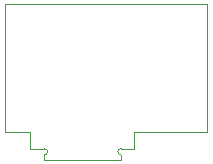
<source format=gbr>
%TF.GenerationSoftware,KiCad,Pcbnew,9.0.1*%
%TF.CreationDate,2025-07-04T15:20:46+02:00*%
%TF.ProjectId,USB_36pinOmnetics_straight,5553425f-3336-4706-996e-4f6d6e657469,rev?*%
%TF.SameCoordinates,Original*%
%TF.FileFunction,Profile,NP*%
%FSLAX46Y46*%
G04 Gerber Fmt 4.6, Leading zero omitted, Abs format (unit mm)*
G04 Created by KiCad (PCBNEW 9.0.1) date 2025-07-04 15:20:46*
%MOMM*%
%LPD*%
G01*
G04 APERTURE LIST*
%TA.AperFunction,Profile*%
%ADD10C,0.050000*%
%TD*%
G04 APERTURE END LIST*
D10*
X128500000Y-91500000D02*
X128500000Y-102300000D01*
X145600000Y-91500000D02*
X128500000Y-91500000D01*
X145600000Y-102300000D02*
X145600000Y-91500000D01*
X139359500Y-102300000D02*
X145600000Y-102300000D01*
X130600000Y-102300000D02*
X130600000Y-103725000D01*
X128500000Y-102300000D02*
X130600000Y-102300000D01*
X139359500Y-103725000D02*
X139359500Y-102300000D01*
X138300000Y-103725000D02*
X139359500Y-103725000D01*
X131797000Y-104275000D02*
X131797000Y-104675000D01*
X138297000Y-104274980D02*
X138297000Y-104675000D01*
X131797000Y-103725000D02*
G75*
G02*
X131797000Y-104275000I0J-275000D01*
G01*
X138297000Y-104275000D02*
G75*
G02*
X138297000Y-103725000I0J275000D01*
G01*
X138297000Y-104675000D02*
X131797000Y-104675000D01*
X131797000Y-103725000D02*
X130600000Y-103725000D01*
M02*

</source>
